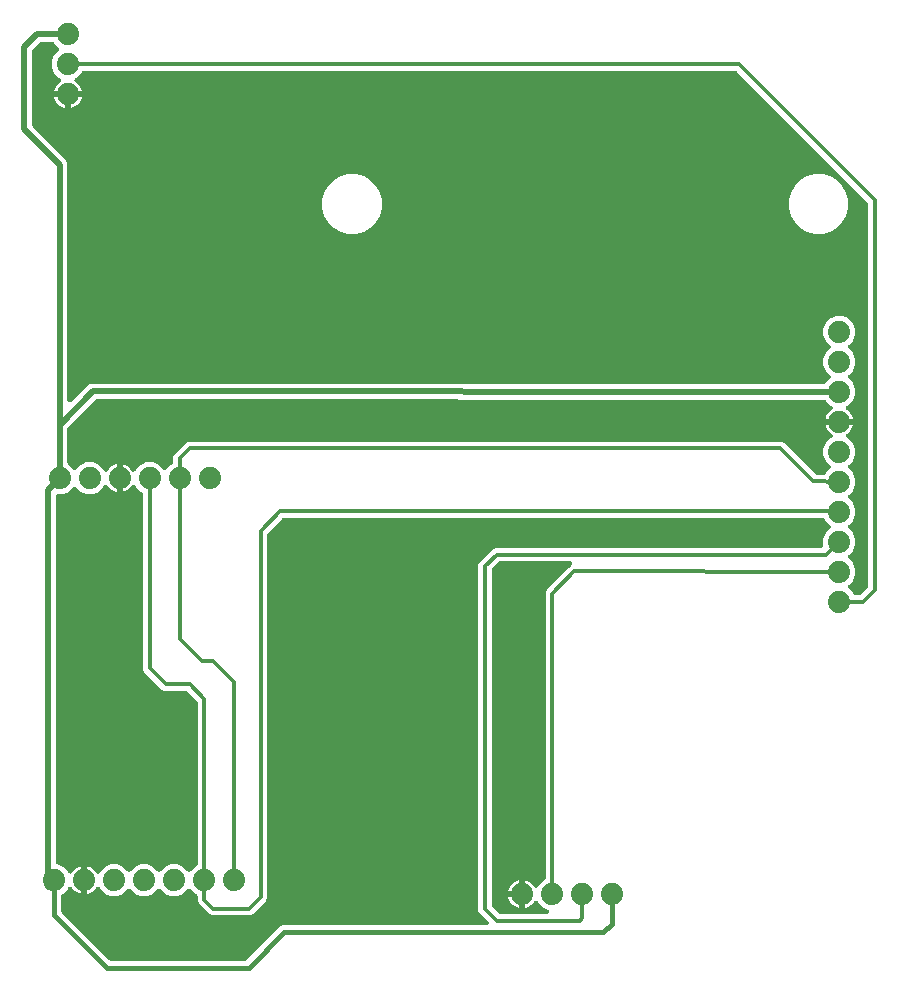
<source format=gbr>
G04 EAGLE Gerber RS-274X export*
G75*
%MOMM*%
%FSLAX34Y34*%
%LPD*%
%INBottom Copper*%
%IPPOS*%
%AMOC8*
5,1,8,0,0,1.08239X$1,22.5*%
G01*
%ADD10C,1.879600*%
%ADD11C,0.508000*%
%ADD12C,0.406400*%
%ADD13C,0.304800*%

G36*
X316660Y46099D02*
X316660Y46099D01*
X316687Y46097D01*
X316860Y46119D01*
X317034Y46137D01*
X317059Y46144D01*
X317086Y46148D01*
X317252Y46203D01*
X317419Y46255D01*
X317442Y46268D01*
X317468Y46276D01*
X317619Y46363D01*
X317773Y46447D01*
X317793Y46464D01*
X317817Y46477D01*
X318070Y46692D01*
X346546Y75169D01*
X348787Y76097D01*
X521096Y76097D01*
X521105Y76098D01*
X521114Y76097D01*
X521305Y76118D01*
X521496Y76137D01*
X521505Y76139D01*
X521514Y76140D01*
X521696Y76198D01*
X521881Y76255D01*
X521889Y76259D01*
X521898Y76262D01*
X522066Y76355D01*
X522235Y76447D01*
X522242Y76452D01*
X522250Y76457D01*
X522397Y76581D01*
X522545Y76704D01*
X522550Y76711D01*
X522557Y76717D01*
X522676Y76868D01*
X522797Y77018D01*
X522801Y77026D01*
X522807Y77033D01*
X522894Y77206D01*
X522982Y77375D01*
X522985Y77384D01*
X522989Y77392D01*
X523041Y77578D01*
X523094Y77762D01*
X523095Y77771D01*
X523097Y77780D01*
X523111Y77973D01*
X523127Y78164D01*
X523126Y78172D01*
X523126Y78181D01*
X523102Y78374D01*
X523080Y78563D01*
X523077Y78572D01*
X523076Y78581D01*
X523014Y78764D01*
X522955Y78946D01*
X522950Y78954D01*
X522948Y78962D01*
X522852Y79129D01*
X522757Y79297D01*
X522751Y79304D01*
X522747Y79311D01*
X522532Y79564D01*
X517120Y84976D01*
X515262Y86834D01*
X514411Y88888D01*
X514411Y381112D01*
X515262Y383166D01*
X526834Y394738D01*
X528888Y395589D01*
X804547Y395589D01*
X804560Y395590D01*
X804573Y395589D01*
X804760Y395610D01*
X804947Y395629D01*
X804960Y395633D01*
X804973Y395634D01*
X805153Y395692D01*
X805332Y395747D01*
X805344Y395753D01*
X805357Y395757D01*
X805521Y395849D01*
X805686Y395939D01*
X805696Y395947D01*
X805708Y395954D01*
X805852Y396076D01*
X805995Y396196D01*
X806004Y396207D01*
X806014Y396216D01*
X806130Y396364D01*
X806248Y396510D01*
X806254Y396522D01*
X806262Y396533D01*
X806347Y396702D01*
X806433Y396867D01*
X806437Y396880D01*
X806443Y396892D01*
X806493Y397074D01*
X806545Y397254D01*
X806546Y397268D01*
X806549Y397281D01*
X806562Y397467D01*
X806578Y397656D01*
X806576Y397669D01*
X806577Y397682D01*
X806553Y397869D01*
X806537Y397999D01*
X806537Y403478D01*
X808587Y408426D01*
X812225Y412064D01*
X812236Y412078D01*
X812249Y412089D01*
X812363Y412233D01*
X812480Y412375D01*
X812488Y412391D01*
X812499Y412405D01*
X812583Y412569D01*
X812668Y412731D01*
X812673Y412748D01*
X812681Y412764D01*
X812731Y412941D01*
X812783Y413117D01*
X812785Y413135D01*
X812789Y413152D01*
X812803Y413335D01*
X812819Y413518D01*
X812817Y413536D01*
X812819Y413553D01*
X812796Y413735D01*
X812776Y413918D01*
X812771Y413935D01*
X812768Y413953D01*
X812710Y414127D01*
X812654Y414302D01*
X812646Y414318D01*
X812640Y414334D01*
X812548Y414494D01*
X812460Y414654D01*
X812448Y414668D01*
X812439Y414683D01*
X812225Y414936D01*
X808587Y418574D01*
X808139Y419655D01*
X808129Y419674D01*
X808122Y419696D01*
X808034Y419852D01*
X807949Y420010D01*
X807935Y420027D01*
X807924Y420046D01*
X807807Y420182D01*
X807693Y420320D01*
X807675Y420334D01*
X807661Y420351D01*
X807519Y420461D01*
X807380Y420574D01*
X807360Y420584D01*
X807343Y420598D01*
X807182Y420678D01*
X807023Y420761D01*
X807002Y420767D01*
X806982Y420777D01*
X806808Y420824D01*
X806637Y420874D01*
X806615Y420876D01*
X806593Y420882D01*
X806263Y420909D01*
X349654Y420909D01*
X349627Y420906D01*
X349600Y420908D01*
X349427Y420886D01*
X349253Y420869D01*
X349228Y420861D01*
X349201Y420858D01*
X349035Y420802D01*
X348868Y420751D01*
X348845Y420738D01*
X348819Y420729D01*
X348668Y420642D01*
X348514Y420559D01*
X348494Y420542D01*
X348470Y420528D01*
X348217Y420314D01*
X336184Y408280D01*
X336167Y408259D01*
X336146Y408242D01*
X336039Y408104D01*
X335929Y407968D01*
X335916Y407945D01*
X335900Y407924D01*
X335822Y407767D01*
X335740Y407613D01*
X335732Y407587D01*
X335720Y407563D01*
X335675Y407394D01*
X335625Y407227D01*
X335623Y407200D01*
X335616Y407174D01*
X335589Y406844D01*
X335589Y98888D01*
X334738Y96834D01*
X323166Y85262D01*
X321112Y84411D01*
X288888Y84411D01*
X286834Y85262D01*
X277462Y94634D01*
X276611Y96688D01*
X276611Y100686D01*
X276609Y100708D01*
X276611Y100730D01*
X276589Y100908D01*
X276571Y101086D01*
X276565Y101108D01*
X276562Y101130D01*
X276506Y101299D01*
X276453Y101471D01*
X276443Y101491D01*
X276436Y101512D01*
X276347Y101668D01*
X276261Y101825D01*
X276247Y101842D01*
X276236Y101862D01*
X276118Y101998D01*
X276004Y102135D01*
X275986Y102148D01*
X275972Y102165D01*
X275830Y102275D01*
X275690Y102387D01*
X275670Y102397D01*
X275652Y102411D01*
X275357Y102562D01*
X274574Y102887D01*
X270936Y106525D01*
X270922Y106536D01*
X270911Y106549D01*
X270767Y106663D01*
X270625Y106780D01*
X270609Y106788D01*
X270595Y106799D01*
X270431Y106883D01*
X270269Y106968D01*
X270252Y106973D01*
X270236Y106981D01*
X270059Y107031D01*
X269883Y107083D01*
X269865Y107085D01*
X269848Y107089D01*
X269665Y107103D01*
X269482Y107119D01*
X269464Y107117D01*
X269447Y107119D01*
X269265Y107096D01*
X269082Y107076D01*
X269065Y107071D01*
X269047Y107068D01*
X268873Y107010D01*
X268698Y106954D01*
X268682Y106946D01*
X268666Y106940D01*
X268506Y106848D01*
X268346Y106760D01*
X268332Y106748D01*
X268317Y106739D01*
X268064Y106525D01*
X264426Y102887D01*
X259478Y100837D01*
X254122Y100837D01*
X249174Y102887D01*
X245536Y106525D01*
X245522Y106536D01*
X245511Y106549D01*
X245367Y106663D01*
X245225Y106780D01*
X245209Y106788D01*
X245195Y106799D01*
X245031Y106883D01*
X244869Y106968D01*
X244852Y106973D01*
X244836Y106981D01*
X244659Y107031D01*
X244483Y107083D01*
X244465Y107085D01*
X244448Y107089D01*
X244265Y107103D01*
X244082Y107119D01*
X244064Y107117D01*
X244047Y107119D01*
X243865Y107096D01*
X243682Y107076D01*
X243665Y107071D01*
X243647Y107068D01*
X243473Y107010D01*
X243298Y106954D01*
X243282Y106946D01*
X243266Y106940D01*
X243106Y106848D01*
X242946Y106760D01*
X242932Y106748D01*
X242917Y106739D01*
X242664Y106525D01*
X239026Y102887D01*
X234078Y100837D01*
X228722Y100837D01*
X223774Y102887D01*
X220136Y106525D01*
X220122Y106536D01*
X220111Y106549D01*
X219967Y106663D01*
X219825Y106780D01*
X219809Y106788D01*
X219795Y106799D01*
X219631Y106883D01*
X219469Y106968D01*
X219452Y106973D01*
X219436Y106981D01*
X219259Y107031D01*
X219083Y107083D01*
X219065Y107085D01*
X219048Y107089D01*
X218865Y107103D01*
X218682Y107119D01*
X218664Y107117D01*
X218647Y107119D01*
X218465Y107096D01*
X218282Y107076D01*
X218265Y107071D01*
X218247Y107068D01*
X218073Y107010D01*
X217898Y106954D01*
X217882Y106946D01*
X217866Y106940D01*
X217706Y106848D01*
X217546Y106760D01*
X217532Y106748D01*
X217517Y106739D01*
X217264Y106525D01*
X213626Y102887D01*
X208678Y100837D01*
X203322Y100837D01*
X198374Y102887D01*
X194587Y106674D01*
X194243Y107505D01*
X194161Y107657D01*
X194084Y107811D01*
X194066Y107834D01*
X194053Y107860D01*
X193943Y107993D01*
X193836Y108129D01*
X193814Y108148D01*
X193796Y108170D01*
X193662Y108279D01*
X193531Y108391D01*
X193506Y108406D01*
X193483Y108424D01*
X193331Y108504D01*
X193180Y108589D01*
X193152Y108597D01*
X193127Y108611D01*
X192961Y108659D01*
X192797Y108713D01*
X192768Y108716D01*
X192741Y108724D01*
X192568Y108739D01*
X192397Y108758D01*
X192368Y108756D01*
X192339Y108759D01*
X192168Y108739D01*
X191996Y108725D01*
X191968Y108717D01*
X191939Y108713D01*
X191775Y108661D01*
X191609Y108612D01*
X191584Y108599D01*
X191556Y108590D01*
X191406Y108506D01*
X191252Y108426D01*
X191230Y108408D01*
X191205Y108394D01*
X191074Y108282D01*
X190939Y108173D01*
X190918Y108149D01*
X190899Y108132D01*
X190846Y108065D01*
X190723Y107921D01*
X189706Y106522D01*
X188378Y105194D01*
X186857Y104089D01*
X185183Y103236D01*
X183396Y102655D01*
X183139Y102615D01*
X183139Y113792D01*
X183137Y113810D01*
X183139Y113827D01*
X183118Y114010D01*
X183099Y114192D01*
X183094Y114209D01*
X183092Y114227D01*
X183067Y114305D01*
X183106Y114442D01*
X183108Y114460D01*
X183112Y114477D01*
X183139Y114808D01*
X183139Y125985D01*
X183396Y125945D01*
X185183Y125364D01*
X186857Y124511D01*
X188378Y123406D01*
X189706Y122078D01*
X190723Y120679D01*
X190837Y120550D01*
X190949Y120417D01*
X190971Y120399D01*
X190991Y120378D01*
X191128Y120274D01*
X191264Y120166D01*
X191289Y120153D01*
X191312Y120136D01*
X191468Y120061D01*
X191622Y119983D01*
X191650Y119975D01*
X191676Y119962D01*
X191843Y119920D01*
X192009Y119873D01*
X192038Y119871D01*
X192066Y119864D01*
X192239Y119855D01*
X192411Y119842D01*
X192439Y119845D01*
X192468Y119844D01*
X192639Y119870D01*
X192810Y119890D01*
X192837Y119899D01*
X192866Y119904D01*
X193029Y119963D01*
X193192Y120017D01*
X193217Y120031D01*
X193245Y120041D01*
X193392Y120131D01*
X193542Y120216D01*
X193564Y120235D01*
X193589Y120250D01*
X193716Y120368D01*
X193846Y120481D01*
X193863Y120504D01*
X193885Y120523D01*
X193986Y120663D01*
X194091Y120800D01*
X194106Y120829D01*
X194121Y120849D01*
X194156Y120926D01*
X194243Y121095D01*
X194587Y121926D01*
X198374Y125713D01*
X203322Y127763D01*
X208678Y127763D01*
X213626Y125713D01*
X217264Y122075D01*
X217277Y122064D01*
X217289Y122051D01*
X217433Y121937D01*
X217575Y121820D01*
X217591Y121812D01*
X217605Y121801D01*
X217769Y121718D01*
X217931Y121632D01*
X217948Y121627D01*
X217964Y121619D01*
X218141Y121569D01*
X218317Y121517D01*
X218335Y121515D01*
X218352Y121511D01*
X218535Y121497D01*
X218718Y121481D01*
X218736Y121483D01*
X218753Y121481D01*
X218935Y121504D01*
X219118Y121524D01*
X219135Y121529D01*
X219153Y121532D01*
X219326Y121590D01*
X219502Y121646D01*
X219518Y121654D01*
X219534Y121660D01*
X219694Y121752D01*
X219854Y121840D01*
X219868Y121852D01*
X219883Y121861D01*
X220136Y122075D01*
X223774Y125713D01*
X228722Y127763D01*
X234078Y127763D01*
X239026Y125713D01*
X242664Y122075D01*
X242677Y122064D01*
X242689Y122051D01*
X242833Y121937D01*
X242975Y121820D01*
X242991Y121812D01*
X243005Y121801D01*
X243169Y121718D01*
X243331Y121632D01*
X243348Y121627D01*
X243364Y121619D01*
X243541Y121569D01*
X243717Y121517D01*
X243735Y121515D01*
X243752Y121511D01*
X243935Y121497D01*
X244118Y121481D01*
X244136Y121483D01*
X244153Y121481D01*
X244335Y121504D01*
X244518Y121524D01*
X244535Y121529D01*
X244553Y121532D01*
X244726Y121590D01*
X244902Y121646D01*
X244918Y121654D01*
X244934Y121660D01*
X245094Y121752D01*
X245254Y121840D01*
X245268Y121852D01*
X245283Y121861D01*
X245536Y122075D01*
X249174Y125713D01*
X254122Y127763D01*
X259478Y127763D01*
X264426Y125713D01*
X268064Y122075D01*
X268077Y122064D01*
X268089Y122051D01*
X268233Y121937D01*
X268375Y121820D01*
X268391Y121812D01*
X268405Y121801D01*
X268569Y121718D01*
X268731Y121632D01*
X268748Y121627D01*
X268764Y121619D01*
X268941Y121569D01*
X269117Y121517D01*
X269135Y121515D01*
X269152Y121511D01*
X269335Y121497D01*
X269518Y121481D01*
X269536Y121483D01*
X269553Y121481D01*
X269735Y121504D01*
X269918Y121524D01*
X269935Y121529D01*
X269953Y121532D01*
X270126Y121590D01*
X270302Y121646D01*
X270318Y121654D01*
X270334Y121660D01*
X270494Y121752D01*
X270654Y121840D01*
X270668Y121852D01*
X270683Y121861D01*
X270936Y122075D01*
X274574Y125713D01*
X275357Y126038D01*
X275377Y126048D01*
X275398Y126055D01*
X275554Y126143D01*
X275712Y126228D01*
X275729Y126242D01*
X275749Y126253D01*
X275884Y126370D01*
X276023Y126484D01*
X276037Y126502D01*
X276054Y126516D01*
X276163Y126658D01*
X276276Y126797D01*
X276287Y126817D01*
X276300Y126834D01*
X276380Y126995D01*
X276463Y127153D01*
X276470Y127175D01*
X276480Y127195D01*
X276526Y127369D01*
X276576Y127540D01*
X276578Y127562D01*
X276584Y127584D01*
X276611Y127914D01*
X276611Y264644D01*
X276609Y264670D01*
X276611Y264697D01*
X276589Y264871D01*
X276571Y265044D01*
X276564Y265070D01*
X276560Y265096D01*
X276505Y265262D01*
X276453Y265429D01*
X276440Y265453D01*
X276432Y265478D01*
X276345Y265630D01*
X276261Y265783D01*
X276244Y265804D01*
X276231Y265827D01*
X276016Y266080D01*
X268280Y273816D01*
X268259Y273833D01*
X268242Y273854D01*
X268104Y273961D01*
X267968Y274071D01*
X267945Y274084D01*
X267924Y274100D01*
X267767Y274178D01*
X267613Y274260D01*
X267587Y274268D01*
X267563Y274280D01*
X267394Y274325D01*
X267227Y274375D01*
X267200Y274377D01*
X267174Y274384D01*
X266844Y274411D01*
X248888Y274411D01*
X246834Y275262D01*
X231262Y290834D01*
X230411Y292888D01*
X230411Y440986D01*
X230409Y441008D01*
X230411Y441030D01*
X230389Y441208D01*
X230371Y441386D01*
X230365Y441408D01*
X230362Y441430D01*
X230306Y441599D01*
X230253Y441771D01*
X230243Y441791D01*
X230236Y441812D01*
X230147Y441968D01*
X230061Y442125D01*
X230047Y442142D01*
X230036Y442162D01*
X229918Y442298D01*
X229804Y442435D01*
X229786Y442448D01*
X229772Y442465D01*
X229630Y442575D01*
X229490Y442687D01*
X229470Y442697D01*
X229452Y442711D01*
X229157Y442862D01*
X228374Y443187D01*
X224587Y446974D01*
X224243Y447805D01*
X224161Y447957D01*
X224084Y448111D01*
X224066Y448134D01*
X224053Y448160D01*
X223943Y448293D01*
X223836Y448429D01*
X223815Y448448D01*
X223796Y448470D01*
X223662Y448579D01*
X223531Y448691D01*
X223506Y448705D01*
X223483Y448724D01*
X223330Y448804D01*
X223180Y448888D01*
X223153Y448897D01*
X223127Y448911D01*
X222961Y448959D01*
X222797Y449012D01*
X222768Y449016D01*
X222741Y449024D01*
X222568Y449039D01*
X222397Y449058D01*
X222368Y449056D01*
X222339Y449059D01*
X222168Y449039D01*
X221996Y449025D01*
X221968Y449017D01*
X221939Y449013D01*
X221775Y448961D01*
X221609Y448912D01*
X221584Y448899D01*
X221556Y448890D01*
X221405Y448806D01*
X221252Y448726D01*
X221230Y448708D01*
X221205Y448694D01*
X221073Y448582D01*
X220939Y448473D01*
X220918Y448449D01*
X220899Y448432D01*
X220846Y448365D01*
X220723Y448221D01*
X219706Y446822D01*
X218378Y445494D01*
X216857Y444389D01*
X215183Y443536D01*
X213396Y442955D01*
X213139Y442915D01*
X213139Y454092D01*
X213137Y454110D01*
X213139Y454127D01*
X213118Y454310D01*
X213099Y454492D01*
X213094Y454509D01*
X213092Y454527D01*
X213067Y454605D01*
X213106Y454742D01*
X213108Y454760D01*
X213112Y454777D01*
X213139Y455108D01*
X213139Y466285D01*
X213396Y466245D01*
X215183Y465664D01*
X216857Y464811D01*
X218378Y463706D01*
X219706Y462378D01*
X220723Y460979D01*
X220838Y460850D01*
X220949Y460718D01*
X220971Y460700D01*
X220991Y460678D01*
X221129Y460574D01*
X221264Y460467D01*
X221289Y460453D01*
X221312Y460436D01*
X221468Y460361D01*
X221622Y460283D01*
X221649Y460275D01*
X221676Y460262D01*
X221843Y460220D01*
X222009Y460173D01*
X222038Y460171D01*
X222066Y460164D01*
X222239Y460155D01*
X222411Y460142D01*
X222439Y460145D01*
X222468Y460144D01*
X222639Y460170D01*
X222810Y460190D01*
X222838Y460200D01*
X222866Y460204D01*
X223029Y460263D01*
X223192Y460317D01*
X223217Y460331D01*
X223245Y460341D01*
X223392Y460431D01*
X223542Y460516D01*
X223564Y460535D01*
X223589Y460550D01*
X223716Y460668D01*
X223846Y460781D01*
X223863Y460804D01*
X223885Y460823D01*
X223986Y460964D01*
X224091Y461100D01*
X224106Y461129D01*
X224121Y461149D01*
X224156Y461227D01*
X224243Y461395D01*
X224587Y462226D01*
X228374Y466013D01*
X233322Y468063D01*
X238678Y468063D01*
X243626Y466013D01*
X247264Y462375D01*
X247277Y462364D01*
X247289Y462351D01*
X247433Y462237D01*
X247575Y462120D01*
X247591Y462112D01*
X247605Y462101D01*
X247769Y462018D01*
X247931Y461932D01*
X247948Y461927D01*
X247964Y461919D01*
X248141Y461869D01*
X248317Y461817D01*
X248335Y461815D01*
X248352Y461811D01*
X248535Y461797D01*
X248718Y461781D01*
X248736Y461783D01*
X248753Y461781D01*
X248935Y461804D01*
X249118Y461824D01*
X249135Y461829D01*
X249153Y461832D01*
X249326Y461890D01*
X249502Y461946D01*
X249518Y461954D01*
X249534Y461960D01*
X249694Y462052D01*
X249854Y462140D01*
X249868Y462152D01*
X249883Y462161D01*
X250136Y462375D01*
X253774Y466013D01*
X254557Y466338D01*
X254577Y466348D01*
X254598Y466355D01*
X254754Y466443D01*
X254912Y466528D01*
X254929Y466542D01*
X254949Y466553D01*
X255084Y466670D01*
X255223Y466784D01*
X255237Y466802D01*
X255254Y466816D01*
X255363Y466958D01*
X255476Y467097D01*
X255487Y467117D01*
X255500Y467134D01*
X255580Y467295D01*
X255663Y467453D01*
X255670Y467475D01*
X255680Y467495D01*
X255726Y467669D01*
X255776Y467840D01*
X255778Y467862D01*
X255784Y467884D01*
X255811Y468214D01*
X255811Y472512D01*
X256662Y474566D01*
X266834Y484738D01*
X268888Y485589D01*
X771112Y485589D01*
X773166Y484738D01*
X799863Y458041D01*
X799873Y458032D01*
X799881Y458023D01*
X800029Y457905D01*
X800175Y457785D01*
X800186Y457780D01*
X800196Y457771D01*
X800366Y457684D01*
X800530Y457597D01*
X800542Y457593D01*
X800554Y457587D01*
X800737Y457535D01*
X800916Y457482D01*
X800929Y457481D01*
X800941Y457477D01*
X801272Y457446D01*
X806435Y457375D01*
X806471Y457378D01*
X806507Y457375D01*
X806671Y457395D01*
X806836Y457409D01*
X806871Y457420D01*
X806907Y457424D01*
X807064Y457476D01*
X807223Y457522D01*
X807255Y457539D01*
X807289Y457551D01*
X807433Y457633D01*
X807579Y457709D01*
X807607Y457732D01*
X807639Y457750D01*
X807764Y457859D01*
X807892Y457963D01*
X807915Y457991D01*
X807943Y458015D01*
X808043Y458145D01*
X808149Y458273D01*
X808166Y458305D01*
X808188Y458334D01*
X808336Y458622D01*
X808339Y458628D01*
X808340Y458629D01*
X808587Y459226D01*
X812225Y462864D01*
X812236Y462877D01*
X812249Y462889D01*
X812363Y463033D01*
X812480Y463175D01*
X812488Y463191D01*
X812499Y463205D01*
X812582Y463369D01*
X812668Y463531D01*
X812673Y463548D01*
X812681Y463564D01*
X812731Y463741D01*
X812783Y463917D01*
X812785Y463935D01*
X812789Y463952D01*
X812803Y464135D01*
X812819Y464318D01*
X812817Y464336D01*
X812819Y464353D01*
X812796Y464534D01*
X812776Y464718D01*
X812771Y464735D01*
X812768Y464753D01*
X812710Y464926D01*
X812654Y465102D01*
X812646Y465118D01*
X812640Y465134D01*
X812548Y465294D01*
X812460Y465454D01*
X812448Y465468D01*
X812439Y465483D01*
X812225Y465736D01*
X808587Y469374D01*
X806537Y474322D01*
X806537Y479678D01*
X808587Y484626D01*
X812374Y488413D01*
X813205Y488757D01*
X813357Y488839D01*
X813511Y488916D01*
X813534Y488934D01*
X813560Y488947D01*
X813693Y489057D01*
X813829Y489164D01*
X813848Y489186D01*
X813870Y489204D01*
X813979Y489338D01*
X814091Y489469D01*
X814106Y489494D01*
X814124Y489517D01*
X814204Y489669D01*
X814289Y489820D01*
X814297Y489848D01*
X814311Y489873D01*
X814359Y490039D01*
X814413Y490203D01*
X814416Y490232D01*
X814424Y490259D01*
X814439Y490432D01*
X814458Y490603D01*
X814456Y490632D01*
X814459Y490661D01*
X814439Y490832D01*
X814425Y491004D01*
X814417Y491032D01*
X814413Y491061D01*
X814361Y491225D01*
X814312Y491391D01*
X814299Y491416D01*
X814290Y491444D01*
X814206Y491594D01*
X814126Y491748D01*
X814108Y491770D01*
X814094Y491795D01*
X813982Y491926D01*
X813873Y492061D01*
X813849Y492082D01*
X813832Y492101D01*
X813765Y492154D01*
X813621Y492277D01*
X812222Y493294D01*
X810894Y494622D01*
X809789Y496143D01*
X808936Y497817D01*
X808355Y499604D01*
X808315Y499861D01*
X819492Y499861D01*
X819510Y499862D01*
X819527Y499861D01*
X819710Y499882D01*
X819892Y499901D01*
X819909Y499906D01*
X819927Y499908D01*
X820005Y499933D01*
X820142Y499894D01*
X820160Y499892D01*
X820177Y499888D01*
X820508Y499861D01*
X831685Y499861D01*
X831645Y499604D01*
X831064Y497817D01*
X830211Y496143D01*
X829106Y494622D01*
X827778Y493294D01*
X826379Y492277D01*
X826250Y492163D01*
X826117Y492051D01*
X826099Y492029D01*
X826078Y492009D01*
X825974Y491872D01*
X825866Y491736D01*
X825853Y491711D01*
X825836Y491688D01*
X825761Y491532D01*
X825683Y491378D01*
X825675Y491350D01*
X825662Y491324D01*
X825620Y491157D01*
X825573Y490991D01*
X825571Y490962D01*
X825564Y490934D01*
X825555Y490761D01*
X825542Y490589D01*
X825545Y490561D01*
X825544Y490532D01*
X825570Y490361D01*
X825590Y490190D01*
X825599Y490163D01*
X825604Y490134D01*
X825663Y489971D01*
X825717Y489808D01*
X825731Y489783D01*
X825741Y489755D01*
X825831Y489608D01*
X825916Y489458D01*
X825935Y489436D01*
X825950Y489411D01*
X826068Y489284D01*
X826181Y489154D01*
X826204Y489137D01*
X826223Y489115D01*
X826363Y489014D01*
X826500Y488909D01*
X826529Y488894D01*
X826549Y488879D01*
X826626Y488844D01*
X826795Y488757D01*
X827626Y488413D01*
X831413Y484626D01*
X833463Y479678D01*
X833463Y474322D01*
X831413Y469374D01*
X827775Y465736D01*
X827764Y465722D01*
X827751Y465711D01*
X827637Y465567D01*
X827520Y465425D01*
X827512Y465409D01*
X827501Y465395D01*
X827417Y465231D01*
X827332Y465069D01*
X827327Y465052D01*
X827319Y465036D01*
X827269Y464859D01*
X827217Y464683D01*
X827215Y464665D01*
X827211Y464648D01*
X827197Y464464D01*
X827181Y464282D01*
X827183Y464264D01*
X827181Y464247D01*
X827204Y464065D01*
X827224Y463882D01*
X827229Y463865D01*
X827232Y463847D01*
X827290Y463673D01*
X827346Y463498D01*
X827354Y463482D01*
X827360Y463466D01*
X827452Y463306D01*
X827540Y463146D01*
X827552Y463132D01*
X827561Y463117D01*
X827775Y462864D01*
X831413Y459226D01*
X833463Y454278D01*
X833463Y448922D01*
X831413Y443974D01*
X827775Y440336D01*
X827764Y440322D01*
X827751Y440311D01*
X827637Y440167D01*
X827520Y440025D01*
X827512Y440009D01*
X827501Y439995D01*
X827417Y439831D01*
X827332Y439669D01*
X827327Y439652D01*
X827319Y439636D01*
X827269Y439459D01*
X827217Y439283D01*
X827215Y439265D01*
X827211Y439248D01*
X827197Y439065D01*
X827181Y438882D01*
X827183Y438864D01*
X827181Y438847D01*
X827204Y438665D01*
X827224Y438482D01*
X827229Y438465D01*
X827232Y438447D01*
X827290Y438273D01*
X827346Y438098D01*
X827354Y438082D01*
X827360Y438066D01*
X827452Y437906D01*
X827540Y437746D01*
X827552Y437732D01*
X827561Y437717D01*
X827775Y437464D01*
X831413Y433826D01*
X833463Y428878D01*
X833463Y423522D01*
X831413Y418574D01*
X827775Y414936D01*
X827764Y414923D01*
X827751Y414911D01*
X827637Y414767D01*
X827520Y414625D01*
X827512Y414609D01*
X827501Y414595D01*
X827418Y414431D01*
X827332Y414269D01*
X827327Y414252D01*
X827319Y414236D01*
X827269Y414059D01*
X827217Y413883D01*
X827215Y413865D01*
X827211Y413848D01*
X827197Y413665D01*
X827181Y413482D01*
X827183Y413464D01*
X827181Y413447D01*
X827204Y413265D01*
X827224Y413082D01*
X827229Y413065D01*
X827232Y413047D01*
X827290Y412874D01*
X827346Y412698D01*
X827354Y412682D01*
X827360Y412666D01*
X827452Y412506D01*
X827540Y412346D01*
X827552Y412332D01*
X827561Y412317D01*
X827775Y412064D01*
X831413Y408426D01*
X833463Y403478D01*
X833463Y398122D01*
X831413Y393174D01*
X827775Y389536D01*
X827764Y389522D01*
X827751Y389511D01*
X827637Y389367D01*
X827520Y389225D01*
X827512Y389209D01*
X827501Y389195D01*
X827417Y389031D01*
X827332Y388869D01*
X827327Y388852D01*
X827319Y388836D01*
X827269Y388659D01*
X827217Y388483D01*
X827215Y388465D01*
X827211Y388448D01*
X827197Y388265D01*
X827181Y388082D01*
X827183Y388064D01*
X827181Y388047D01*
X827204Y387865D01*
X827224Y387682D01*
X827229Y387665D01*
X827232Y387647D01*
X827290Y387473D01*
X827346Y387298D01*
X827354Y387282D01*
X827360Y387266D01*
X827452Y387106D01*
X827540Y386946D01*
X827552Y386932D01*
X827561Y386917D01*
X827775Y386664D01*
X831413Y383026D01*
X833463Y378078D01*
X833463Y372722D01*
X831413Y367774D01*
X827775Y364136D01*
X827764Y364122D01*
X827751Y364111D01*
X827637Y363967D01*
X827520Y363825D01*
X827512Y363809D01*
X827501Y363795D01*
X827417Y363631D01*
X827332Y363469D01*
X827327Y363452D01*
X827319Y363436D01*
X827269Y363259D01*
X827217Y363083D01*
X827215Y363065D01*
X827211Y363048D01*
X827197Y362865D01*
X827181Y362682D01*
X827183Y362664D01*
X827181Y362647D01*
X827204Y362465D01*
X827224Y362282D01*
X827229Y362265D01*
X827232Y362247D01*
X827290Y362073D01*
X827346Y361898D01*
X827354Y361882D01*
X827360Y361866D01*
X827452Y361706D01*
X827540Y361546D01*
X827552Y361532D01*
X827561Y361517D01*
X827775Y361264D01*
X831413Y357626D01*
X831738Y356843D01*
X831748Y356823D01*
X831755Y356802D01*
X831843Y356646D01*
X831928Y356488D01*
X831942Y356471D01*
X831953Y356451D01*
X832070Y356316D01*
X832184Y356177D01*
X832202Y356163D01*
X832216Y356146D01*
X832358Y356037D01*
X832497Y355924D01*
X832517Y355913D01*
X832534Y355900D01*
X832695Y355820D01*
X832853Y355737D01*
X832875Y355730D01*
X832895Y355720D01*
X833069Y355674D01*
X833240Y355624D01*
X833262Y355622D01*
X833284Y355616D01*
X833614Y355589D01*
X836844Y355589D01*
X836870Y355591D01*
X836897Y355589D01*
X837071Y355611D01*
X837244Y355629D01*
X837270Y355636D01*
X837296Y355640D01*
X837462Y355695D01*
X837629Y355747D01*
X837653Y355760D01*
X837678Y355768D01*
X837830Y355855D01*
X837983Y355939D01*
X838004Y355956D01*
X838027Y355969D01*
X838280Y356184D01*
X843816Y361720D01*
X843833Y361741D01*
X843854Y361758D01*
X843961Y361896D01*
X844071Y362032D01*
X844084Y362055D01*
X844100Y362076D01*
X844178Y362233D01*
X844260Y362387D01*
X844268Y362413D01*
X844280Y362437D01*
X844325Y362606D01*
X844375Y362773D01*
X844377Y362800D01*
X844384Y362826D01*
X844411Y363156D01*
X844411Y686844D01*
X844409Y686870D01*
X844411Y686897D01*
X844389Y687071D01*
X844371Y687244D01*
X844364Y687270D01*
X844360Y687296D01*
X844305Y687462D01*
X844253Y687629D01*
X844240Y687653D01*
X844232Y687678D01*
X844145Y687830D01*
X844061Y687983D01*
X844044Y688004D01*
X844031Y688027D01*
X843816Y688280D01*
X733180Y798916D01*
X733159Y798933D01*
X733142Y798954D01*
X733004Y799061D01*
X732868Y799171D01*
X732845Y799184D01*
X732824Y799200D01*
X732667Y799278D01*
X732513Y799360D01*
X732487Y799368D01*
X732463Y799380D01*
X732294Y799425D01*
X732127Y799475D01*
X732100Y799477D01*
X732074Y799484D01*
X731744Y799511D01*
X180414Y799511D01*
X180392Y799509D01*
X180370Y799511D01*
X180192Y799489D01*
X180014Y799471D01*
X179992Y799465D01*
X179970Y799462D01*
X179801Y799406D01*
X179629Y799353D01*
X179609Y799343D01*
X179588Y799336D01*
X179432Y799247D01*
X179275Y799161D01*
X179258Y799147D01*
X179238Y799136D01*
X179102Y799018D01*
X178965Y798904D01*
X178952Y798886D01*
X178935Y798872D01*
X178825Y798730D01*
X178713Y798590D01*
X178703Y798570D01*
X178689Y798552D01*
X178538Y798257D01*
X178213Y797474D01*
X174426Y793687D01*
X173827Y793439D01*
X173595Y793343D01*
X173443Y793261D01*
X173289Y793184D01*
X173266Y793166D01*
X173240Y793153D01*
X173107Y793043D01*
X172971Y792936D01*
X172952Y792914D01*
X172930Y792896D01*
X172821Y792762D01*
X172709Y792631D01*
X172694Y792606D01*
X172676Y792583D01*
X172596Y792431D01*
X172511Y792280D01*
X172503Y792252D01*
X172489Y792227D01*
X172441Y792061D01*
X172387Y791897D01*
X172384Y791868D01*
X172376Y791841D01*
X172361Y791668D01*
X172342Y791497D01*
X172344Y791468D01*
X172341Y791439D01*
X172361Y791268D01*
X172375Y791096D01*
X172383Y791068D01*
X172387Y791039D01*
X172439Y790875D01*
X172488Y790709D01*
X172501Y790684D01*
X172510Y790656D01*
X172594Y790506D01*
X172674Y790352D01*
X172692Y790330D01*
X172706Y790305D01*
X172818Y790174D01*
X172927Y790039D01*
X172951Y790018D01*
X172968Y789999D01*
X173035Y789946D01*
X173179Y789823D01*
X174578Y788806D01*
X175906Y787478D01*
X177011Y785957D01*
X177864Y784283D01*
X178445Y782496D01*
X178485Y782239D01*
X167308Y782239D01*
X167290Y782237D01*
X167273Y782239D01*
X167090Y782218D01*
X166908Y782199D01*
X166891Y782194D01*
X166873Y782192D01*
X166795Y782167D01*
X166658Y782206D01*
X166640Y782208D01*
X166623Y782212D01*
X166292Y782239D01*
X155115Y782239D01*
X155155Y782496D01*
X155736Y784283D01*
X156589Y785957D01*
X157694Y787478D01*
X159022Y788806D01*
X160421Y789823D01*
X160550Y789937D01*
X160683Y790049D01*
X160701Y790071D01*
X160722Y790091D01*
X160826Y790228D01*
X160934Y790364D01*
X160947Y790389D01*
X160964Y790412D01*
X161039Y790568D01*
X161117Y790722D01*
X161125Y790750D01*
X161138Y790776D01*
X161180Y790943D01*
X161227Y791109D01*
X161229Y791138D01*
X161236Y791166D01*
X161245Y791339D01*
X161258Y791511D01*
X161255Y791539D01*
X161256Y791568D01*
X161230Y791739D01*
X161210Y791910D01*
X161201Y791937D01*
X161196Y791966D01*
X161137Y792129D01*
X161083Y792292D01*
X161069Y792317D01*
X161059Y792345D01*
X160969Y792492D01*
X160884Y792642D01*
X160865Y792664D01*
X160850Y792689D01*
X160732Y792816D01*
X160619Y792946D01*
X160596Y792963D01*
X160577Y792985D01*
X160437Y793086D01*
X160300Y793191D01*
X160271Y793206D01*
X160251Y793221D01*
X160174Y793256D01*
X160005Y793343D01*
X159174Y793687D01*
X155387Y797474D01*
X153337Y802422D01*
X153337Y807778D01*
X155387Y812726D01*
X159025Y816364D01*
X159036Y816378D01*
X159049Y816389D01*
X159163Y816533D01*
X159280Y816675D01*
X159288Y816691D01*
X159299Y816705D01*
X159383Y816869D01*
X159468Y817031D01*
X159473Y817048D01*
X159481Y817064D01*
X159531Y817241D01*
X159583Y817417D01*
X159585Y817435D01*
X159589Y817452D01*
X159603Y817635D01*
X159619Y817818D01*
X159617Y817836D01*
X159619Y817853D01*
X159596Y818035D01*
X159576Y818218D01*
X159571Y818235D01*
X159568Y818253D01*
X159510Y818427D01*
X159454Y818602D01*
X159446Y818618D01*
X159440Y818634D01*
X159348Y818794D01*
X159260Y818954D01*
X159248Y818968D01*
X159239Y818983D01*
X159025Y819236D01*
X155326Y822935D01*
X155293Y822996D01*
X155279Y823013D01*
X155268Y823033D01*
X155151Y823168D01*
X155037Y823306D01*
X155019Y823321D01*
X155005Y823338D01*
X154863Y823447D01*
X154724Y823560D01*
X154704Y823571D01*
X154687Y823584D01*
X154526Y823664D01*
X154368Y823747D01*
X154346Y823754D01*
X154326Y823764D01*
X154153Y823810D01*
X153981Y823860D01*
X153959Y823862D01*
X153937Y823868D01*
X153607Y823895D01*
X144077Y823895D01*
X144051Y823893D01*
X144024Y823895D01*
X143850Y823873D01*
X143677Y823855D01*
X143651Y823848D01*
X143624Y823844D01*
X143459Y823789D01*
X143292Y823737D01*
X143268Y823724D01*
X143243Y823716D01*
X143091Y823629D01*
X142938Y823545D01*
X142917Y823528D01*
X142894Y823515D01*
X142641Y823300D01*
X137200Y817859D01*
X137183Y817838D01*
X137162Y817821D01*
X137055Y817683D01*
X136945Y817548D01*
X136932Y817524D01*
X136916Y817503D01*
X136838Y817346D01*
X136756Y817192D01*
X136748Y817166D01*
X136736Y817142D01*
X136691Y816973D01*
X136641Y816806D01*
X136639Y816779D01*
X136632Y816754D01*
X136605Y816423D01*
X136605Y753577D01*
X136607Y753551D01*
X136605Y753524D01*
X136627Y753350D01*
X136645Y753177D01*
X136652Y753151D01*
X136656Y753124D01*
X136711Y752959D01*
X136763Y752792D01*
X136776Y752768D01*
X136784Y752743D01*
X136871Y752591D01*
X136955Y752438D01*
X136972Y752417D01*
X136985Y752394D01*
X137200Y752141D01*
X165399Y723941D01*
X166405Y721514D01*
X166405Y520849D01*
X166406Y520840D01*
X166405Y520831D01*
X166426Y520638D01*
X166445Y520448D01*
X166447Y520440D01*
X166448Y520431D01*
X166507Y520247D01*
X166563Y520064D01*
X166567Y520056D01*
X166570Y520047D01*
X166663Y519879D01*
X166755Y519710D01*
X166760Y519703D01*
X166765Y519695D01*
X166889Y519548D01*
X167012Y519400D01*
X167019Y519395D01*
X167025Y519388D01*
X167177Y519268D01*
X167326Y519148D01*
X167334Y519144D01*
X167341Y519138D01*
X167514Y519050D01*
X167683Y518962D01*
X167692Y518960D01*
X167700Y518956D01*
X167886Y518904D01*
X168070Y518851D01*
X168079Y518850D01*
X168088Y518848D01*
X168281Y518834D01*
X168472Y518818D01*
X168480Y518819D01*
X168489Y518819D01*
X168682Y518843D01*
X168871Y518865D01*
X168880Y518868D01*
X168889Y518869D01*
X169071Y518930D01*
X169254Y518990D01*
X169262Y518994D01*
X169270Y518997D01*
X169437Y519093D01*
X169605Y519188D01*
X169612Y519194D01*
X169619Y519198D01*
X169872Y519413D01*
X182017Y531557D01*
X182022Y531564D01*
X183231Y532772D01*
X183232Y532772D01*
X183232Y532773D01*
X184160Y533700D01*
X185356Y534195D01*
X185357Y534195D01*
X185357Y534196D01*
X186588Y534705D01*
X187897Y534705D01*
X187898Y534705D01*
X189609Y534705D01*
X189619Y534704D01*
X806808Y534411D01*
X806831Y534413D01*
X806854Y534411D01*
X807031Y534433D01*
X807209Y534451D01*
X807231Y534457D01*
X807253Y534460D01*
X807423Y534516D01*
X807594Y534569D01*
X807614Y534580D01*
X807636Y534587D01*
X807791Y534675D01*
X807948Y534760D01*
X807966Y534775D01*
X807985Y534786D01*
X808120Y534903D01*
X808257Y535018D01*
X808272Y535036D01*
X808289Y535051D01*
X808398Y535192D01*
X808510Y535331D01*
X808520Y535352D01*
X808534Y535370D01*
X808538Y535377D01*
X812225Y539064D01*
X812236Y539077D01*
X812249Y539089D01*
X812363Y539233D01*
X812480Y539375D01*
X812488Y539391D01*
X812499Y539405D01*
X812582Y539569D01*
X812668Y539731D01*
X812673Y539748D01*
X812681Y539764D01*
X812731Y539941D01*
X812783Y540117D01*
X812785Y540135D01*
X812789Y540152D01*
X812803Y540335D01*
X812819Y540518D01*
X812817Y540536D01*
X812819Y540553D01*
X812796Y540735D01*
X812776Y540918D01*
X812771Y540935D01*
X812768Y540953D01*
X812710Y541126D01*
X812654Y541302D01*
X812646Y541318D01*
X812640Y541334D01*
X812548Y541494D01*
X812460Y541654D01*
X812448Y541668D01*
X812439Y541683D01*
X812225Y541936D01*
X808587Y545574D01*
X806537Y550522D01*
X806537Y555878D01*
X808587Y560826D01*
X812225Y564464D01*
X812236Y564477D01*
X812249Y564489D01*
X812363Y564633D01*
X812480Y564775D01*
X812488Y564791D01*
X812499Y564805D01*
X812582Y564969D01*
X812668Y565131D01*
X812673Y565148D01*
X812681Y565164D01*
X812731Y565341D01*
X812783Y565517D01*
X812785Y565535D01*
X812789Y565552D01*
X812803Y565735D01*
X812819Y565918D01*
X812817Y565936D01*
X812819Y565953D01*
X812796Y566135D01*
X812776Y566318D01*
X812771Y566335D01*
X812768Y566353D01*
X812710Y566526D01*
X812654Y566702D01*
X812646Y566718D01*
X812640Y566734D01*
X812548Y566894D01*
X812460Y567054D01*
X812448Y567068D01*
X812439Y567083D01*
X812225Y567336D01*
X808587Y570974D01*
X806537Y575922D01*
X806537Y581278D01*
X808587Y586226D01*
X812374Y590013D01*
X813863Y590630D01*
X817322Y592063D01*
X822678Y592063D01*
X827626Y590013D01*
X831413Y586226D01*
X833463Y581278D01*
X833463Y575922D01*
X831413Y570974D01*
X827775Y567336D01*
X827764Y567322D01*
X827751Y567311D01*
X827637Y567167D01*
X827520Y567025D01*
X827512Y567009D01*
X827501Y566995D01*
X827417Y566831D01*
X827332Y566669D01*
X827327Y566652D01*
X827319Y566636D01*
X827269Y566459D01*
X827217Y566283D01*
X827215Y566265D01*
X827211Y566248D01*
X827197Y566065D01*
X827181Y565882D01*
X827183Y565864D01*
X827181Y565847D01*
X827204Y565665D01*
X827224Y565482D01*
X827229Y565465D01*
X827232Y565447D01*
X827290Y565273D01*
X827346Y565098D01*
X827354Y565082D01*
X827360Y565066D01*
X827452Y564906D01*
X827540Y564746D01*
X827552Y564732D01*
X827561Y564717D01*
X827775Y564464D01*
X831413Y560826D01*
X833463Y555878D01*
X833463Y550522D01*
X831413Y545574D01*
X827775Y541936D01*
X827764Y541922D01*
X827751Y541911D01*
X827637Y541767D01*
X827520Y541625D01*
X827512Y541609D01*
X827501Y541595D01*
X827417Y541431D01*
X827332Y541269D01*
X827327Y541252D01*
X827319Y541236D01*
X827269Y541059D01*
X827217Y540883D01*
X827215Y540865D01*
X827211Y540848D01*
X827197Y540665D01*
X827181Y540482D01*
X827183Y540464D01*
X827181Y540447D01*
X827204Y540265D01*
X827224Y540082D01*
X827229Y540065D01*
X827232Y540047D01*
X827290Y539873D01*
X827346Y539698D01*
X827354Y539682D01*
X827360Y539666D01*
X827452Y539506D01*
X827540Y539346D01*
X827552Y539332D01*
X827561Y539317D01*
X827775Y539064D01*
X831413Y535426D01*
X833463Y530478D01*
X833463Y525122D01*
X831413Y520174D01*
X827626Y516387D01*
X826795Y516043D01*
X826643Y515961D01*
X826489Y515884D01*
X826466Y515866D01*
X826440Y515853D01*
X826307Y515743D01*
X826171Y515636D01*
X826152Y515614D01*
X826130Y515596D01*
X826021Y515462D01*
X825909Y515331D01*
X825894Y515306D01*
X825876Y515283D01*
X825796Y515131D01*
X825711Y514980D01*
X825703Y514952D01*
X825689Y514927D01*
X825641Y514761D01*
X825587Y514597D01*
X825584Y514568D01*
X825576Y514541D01*
X825561Y514368D01*
X825542Y514197D01*
X825544Y514168D01*
X825541Y514139D01*
X825561Y513968D01*
X825575Y513796D01*
X825583Y513768D01*
X825587Y513739D01*
X825639Y513575D01*
X825688Y513409D01*
X825701Y513384D01*
X825710Y513356D01*
X825794Y513206D01*
X825874Y513052D01*
X825892Y513030D01*
X825906Y513005D01*
X826018Y512874D01*
X826127Y512739D01*
X826151Y512718D01*
X826168Y512699D01*
X826235Y512646D01*
X826379Y512523D01*
X827778Y511506D01*
X829106Y510178D01*
X830211Y508657D01*
X831064Y506983D01*
X831645Y505196D01*
X831685Y504939D01*
X820508Y504939D01*
X820490Y504937D01*
X820473Y504939D01*
X820290Y504918D01*
X820108Y504899D01*
X820091Y504894D01*
X820073Y504892D01*
X819995Y504867D01*
X819858Y504906D01*
X819840Y504908D01*
X819823Y504912D01*
X819492Y504939D01*
X808315Y504939D01*
X808355Y505196D01*
X808936Y506983D01*
X809789Y508657D01*
X810894Y510178D01*
X812222Y511506D01*
X813621Y512523D01*
X813750Y512637D01*
X813883Y512749D01*
X813901Y512771D01*
X813922Y512791D01*
X814026Y512928D01*
X814134Y513064D01*
X814147Y513089D01*
X814164Y513112D01*
X814239Y513268D01*
X814317Y513422D01*
X814325Y513450D01*
X814338Y513476D01*
X814380Y513643D01*
X814427Y513809D01*
X814429Y513838D01*
X814436Y513866D01*
X814445Y514039D01*
X814458Y514211D01*
X814455Y514239D01*
X814456Y514268D01*
X814430Y514439D01*
X814410Y514610D01*
X814401Y514637D01*
X814396Y514666D01*
X814337Y514829D01*
X814283Y514992D01*
X814269Y515017D01*
X814259Y515045D01*
X814169Y515192D01*
X814084Y515342D01*
X814065Y515364D01*
X814050Y515389D01*
X813932Y515516D01*
X813819Y515646D01*
X813796Y515663D01*
X813777Y515685D01*
X813637Y515786D01*
X813500Y515891D01*
X813471Y515906D01*
X813451Y515921D01*
X813374Y515956D01*
X813205Y516043D01*
X812374Y516387D01*
X808528Y520233D01*
X808491Y520302D01*
X808477Y520319D01*
X808466Y520338D01*
X808349Y520474D01*
X808234Y520613D01*
X808217Y520627D01*
X808203Y520643D01*
X808061Y520753D01*
X807922Y520866D01*
X807902Y520877D01*
X807885Y520890D01*
X807724Y520970D01*
X807565Y521054D01*
X807544Y521060D01*
X807524Y521070D01*
X807351Y521116D01*
X807179Y521167D01*
X807157Y521169D01*
X807136Y521174D01*
X806805Y521202D01*
X191476Y521494D01*
X191449Y521491D01*
X191422Y521493D01*
X191249Y521471D01*
X191076Y521454D01*
X191050Y521446D01*
X191023Y521442D01*
X190857Y521387D01*
X190691Y521336D01*
X190667Y521323D01*
X190641Y521314D01*
X190490Y521227D01*
X190337Y521144D01*
X190316Y521127D01*
X190292Y521113D01*
X190039Y520899D01*
X167000Y497859D01*
X166983Y497838D01*
X166962Y497821D01*
X166855Y497683D01*
X166745Y497548D01*
X166732Y497524D01*
X166716Y497503D01*
X166638Y497346D01*
X166556Y497192D01*
X166548Y497166D01*
X166536Y497142D01*
X166491Y496973D01*
X166441Y496806D01*
X166439Y496779D01*
X166432Y496754D01*
X166405Y496423D01*
X166405Y467793D01*
X166407Y467771D01*
X166405Y467749D01*
X166427Y467571D01*
X166445Y467393D01*
X166451Y467371D01*
X166454Y467349D01*
X166510Y467179D01*
X166563Y467008D01*
X166573Y466988D01*
X166580Y466967D01*
X166669Y466811D01*
X166755Y466654D01*
X166769Y466637D01*
X166780Y466617D01*
X166898Y466482D01*
X167012Y466345D01*
X167030Y466331D01*
X167044Y466314D01*
X167187Y466204D01*
X167326Y466092D01*
X167346Y466082D01*
X167364Y466068D01*
X167379Y466061D01*
X171064Y462375D01*
X171077Y462364D01*
X171089Y462351D01*
X171233Y462237D01*
X171375Y462120D01*
X171391Y462112D01*
X171405Y462101D01*
X171569Y462018D01*
X171731Y461932D01*
X171748Y461927D01*
X171764Y461919D01*
X171941Y461869D01*
X172117Y461817D01*
X172135Y461815D01*
X172152Y461811D01*
X172335Y461797D01*
X172518Y461781D01*
X172536Y461783D01*
X172553Y461781D01*
X172735Y461804D01*
X172918Y461824D01*
X172935Y461829D01*
X172953Y461832D01*
X173126Y461890D01*
X173302Y461946D01*
X173318Y461954D01*
X173334Y461960D01*
X173494Y462052D01*
X173654Y462140D01*
X173668Y462152D01*
X173683Y462161D01*
X173936Y462375D01*
X177574Y466013D01*
X182522Y468063D01*
X187878Y468063D01*
X192826Y466013D01*
X196613Y462226D01*
X196957Y461395D01*
X197039Y461243D01*
X197116Y461089D01*
X197134Y461066D01*
X197147Y461040D01*
X197257Y460907D01*
X197364Y460771D01*
X197386Y460752D01*
X197404Y460730D01*
X197538Y460621D01*
X197669Y460509D01*
X197694Y460494D01*
X197717Y460476D01*
X197869Y460396D01*
X198020Y460311D01*
X198048Y460303D01*
X198073Y460289D01*
X198239Y460241D01*
X198403Y460187D01*
X198432Y460184D01*
X198459Y460176D01*
X198632Y460161D01*
X198803Y460142D01*
X198832Y460144D01*
X198861Y460141D01*
X199032Y460161D01*
X199204Y460175D01*
X199232Y460183D01*
X199261Y460187D01*
X199425Y460239D01*
X199591Y460288D01*
X199616Y460301D01*
X199644Y460310D01*
X199794Y460394D01*
X199948Y460474D01*
X199970Y460492D01*
X199995Y460506D01*
X200126Y460618D01*
X200261Y460727D01*
X200282Y460751D01*
X200301Y460768D01*
X200354Y460835D01*
X200477Y460979D01*
X201494Y462378D01*
X202822Y463706D01*
X204343Y464811D01*
X206017Y465664D01*
X207804Y466245D01*
X208061Y466285D01*
X208061Y455108D01*
X208062Y455090D01*
X208061Y455073D01*
X208082Y454890D01*
X208101Y454708D01*
X208106Y454691D01*
X208108Y454673D01*
X208133Y454595D01*
X208094Y454458D01*
X208092Y454440D01*
X208088Y454423D01*
X208061Y454092D01*
X208061Y442915D01*
X207804Y442955D01*
X206017Y443536D01*
X204343Y444389D01*
X202822Y445494D01*
X201494Y446822D01*
X200477Y448221D01*
X200362Y448350D01*
X200251Y448482D01*
X200229Y448500D01*
X200209Y448522D01*
X200071Y448626D01*
X199936Y448733D01*
X199911Y448747D01*
X199888Y448764D01*
X199732Y448839D01*
X199578Y448917D01*
X199551Y448925D01*
X199524Y448938D01*
X199357Y448980D01*
X199191Y449027D01*
X199162Y449029D01*
X199134Y449036D01*
X198961Y449045D01*
X198789Y449058D01*
X198761Y449055D01*
X198732Y449056D01*
X198561Y449030D01*
X198390Y449010D01*
X198362Y449000D01*
X198334Y448996D01*
X198171Y448937D01*
X198008Y448883D01*
X197983Y448869D01*
X197955Y448859D01*
X197808Y448769D01*
X197658Y448684D01*
X197636Y448665D01*
X197611Y448650D01*
X197484Y448532D01*
X197354Y448419D01*
X197337Y448396D01*
X197315Y448377D01*
X197214Y448236D01*
X197109Y448100D01*
X197094Y448071D01*
X197079Y448051D01*
X197044Y447973D01*
X196957Y447805D01*
X196613Y446974D01*
X192826Y443187D01*
X187878Y441137D01*
X182522Y441137D01*
X177574Y443187D01*
X173936Y446825D01*
X173922Y446836D01*
X173911Y446849D01*
X173767Y446963D01*
X173625Y447080D01*
X173609Y447088D01*
X173595Y447099D01*
X173431Y447183D01*
X173269Y447268D01*
X173252Y447273D01*
X173236Y447281D01*
X173059Y447331D01*
X172883Y447383D01*
X172865Y447385D01*
X172848Y447389D01*
X172665Y447403D01*
X172482Y447419D01*
X172464Y447417D01*
X172447Y447419D01*
X172265Y447396D01*
X172082Y447376D01*
X172065Y447371D01*
X172047Y447368D01*
X171873Y447310D01*
X171698Y447254D01*
X171682Y447246D01*
X171666Y447240D01*
X171506Y447148D01*
X171346Y447060D01*
X171332Y447048D01*
X171317Y447039D01*
X171064Y446825D01*
X167426Y443187D01*
X162478Y441137D01*
X158436Y441137D01*
X158418Y441135D01*
X158400Y441137D01*
X158218Y441116D01*
X158035Y441097D01*
X158018Y441092D01*
X158001Y441090D01*
X157826Y441033D01*
X157650Y440979D01*
X157635Y440971D01*
X157618Y440965D01*
X157458Y440875D01*
X157296Y440787D01*
X157283Y440776D01*
X157267Y440767D01*
X157128Y440647D01*
X156987Y440530D01*
X156976Y440516D01*
X156962Y440504D01*
X156850Y440359D01*
X156735Y440216D01*
X156727Y440200D01*
X156716Y440186D01*
X156634Y440021D01*
X156549Y439859D01*
X156544Y439842D01*
X156536Y439826D01*
X156489Y439647D01*
X156438Y439472D01*
X156436Y439454D01*
X156432Y439437D01*
X156405Y439106D01*
X156405Y129730D01*
X156407Y129708D01*
X156405Y129686D01*
X156427Y129508D01*
X156445Y129330D01*
X156451Y129308D01*
X156454Y129286D01*
X156510Y129116D01*
X156563Y128945D01*
X156573Y128925D01*
X156580Y128904D01*
X156669Y128748D01*
X156755Y128591D01*
X156769Y128574D01*
X156780Y128554D01*
X156898Y128419D01*
X157012Y128281D01*
X157030Y128267D01*
X157044Y128251D01*
X157186Y128141D01*
X157326Y128029D01*
X157346Y128019D01*
X157364Y128005D01*
X157659Y127854D01*
X162826Y125713D01*
X166613Y121926D01*
X166957Y121095D01*
X167039Y120943D01*
X167116Y120789D01*
X167134Y120766D01*
X167147Y120740D01*
X167257Y120607D01*
X167364Y120471D01*
X167386Y120452D01*
X167404Y120430D01*
X167538Y120321D01*
X167669Y120209D01*
X167694Y120194D01*
X167717Y120176D01*
X167869Y120096D01*
X168020Y120011D01*
X168048Y120003D01*
X168073Y119989D01*
X168239Y119941D01*
X168403Y119887D01*
X168432Y119884D01*
X168459Y119876D01*
X168632Y119861D01*
X168803Y119842D01*
X168832Y119844D01*
X168861Y119841D01*
X169032Y119861D01*
X169204Y119875D01*
X169232Y119883D01*
X169261Y119887D01*
X169425Y119939D01*
X169591Y119988D01*
X169616Y120001D01*
X169644Y120010D01*
X169794Y120094D01*
X169948Y120174D01*
X169970Y120192D01*
X169995Y120206D01*
X170126Y120318D01*
X170261Y120427D01*
X170282Y120451D01*
X170301Y120468D01*
X170354Y120535D01*
X170477Y120679D01*
X171494Y122078D01*
X172822Y123406D01*
X174343Y124511D01*
X176017Y125364D01*
X177804Y125945D01*
X178061Y125985D01*
X178061Y114808D01*
X178062Y114790D01*
X178061Y114773D01*
X178082Y114590D01*
X178101Y114408D01*
X178106Y114391D01*
X178108Y114373D01*
X178133Y114295D01*
X178094Y114158D01*
X178092Y114140D01*
X178088Y114123D01*
X178061Y113792D01*
X178061Y102615D01*
X177804Y102655D01*
X176017Y103236D01*
X174343Y104089D01*
X172822Y105194D01*
X171494Y106522D01*
X170477Y107921D01*
X170363Y108050D01*
X170251Y108183D01*
X170229Y108201D01*
X170209Y108222D01*
X170072Y108326D01*
X169936Y108434D01*
X169911Y108447D01*
X169888Y108464D01*
X169732Y108539D01*
X169578Y108617D01*
X169550Y108625D01*
X169524Y108638D01*
X169357Y108680D01*
X169191Y108727D01*
X169162Y108729D01*
X169134Y108736D01*
X168961Y108745D01*
X168789Y108758D01*
X168761Y108755D01*
X168732Y108756D01*
X168561Y108730D01*
X168390Y108710D01*
X168363Y108701D01*
X168334Y108696D01*
X168171Y108637D01*
X168008Y108583D01*
X167983Y108569D01*
X167955Y108559D01*
X167808Y108469D01*
X167658Y108384D01*
X167636Y108365D01*
X167611Y108350D01*
X167484Y108232D01*
X167354Y108119D01*
X167337Y108096D01*
X167315Y108077D01*
X167214Y107937D01*
X167109Y107800D01*
X167094Y107771D01*
X167079Y107751D01*
X167044Y107674D01*
X166957Y107505D01*
X166613Y106674D01*
X162826Y102887D01*
X162551Y102773D01*
X162531Y102762D01*
X162510Y102755D01*
X162354Y102667D01*
X162196Y102583D01*
X162179Y102568D01*
X162159Y102557D01*
X162024Y102440D01*
X161885Y102326D01*
X161871Y102309D01*
X161854Y102294D01*
X161745Y102153D01*
X161632Y102014D01*
X161621Y101994D01*
X161608Y101976D01*
X161528Y101816D01*
X161445Y101657D01*
X161438Y101636D01*
X161428Y101616D01*
X161382Y101443D01*
X161332Y101271D01*
X161330Y101248D01*
X161324Y101227D01*
X161297Y100896D01*
X161297Y88167D01*
X161299Y88140D01*
X161297Y88113D01*
X161319Y87940D01*
X161337Y87766D01*
X161344Y87741D01*
X161348Y87714D01*
X161403Y87548D01*
X161455Y87381D01*
X161468Y87358D01*
X161476Y87332D01*
X161563Y87181D01*
X161647Y87027D01*
X161664Y87007D01*
X161677Y86983D01*
X161892Y86730D01*
X201930Y46692D01*
X201951Y46675D01*
X201969Y46654D01*
X202107Y46547D01*
X202242Y46437D01*
X202266Y46424D01*
X202287Y46408D01*
X202444Y46330D01*
X202598Y46248D01*
X202623Y46240D01*
X202647Y46228D01*
X202817Y46183D01*
X202984Y46133D01*
X203010Y46131D01*
X203036Y46124D01*
X203367Y46097D01*
X316633Y46097D01*
X316660Y46099D01*
G37*
G36*
X571999Y85589D02*
X571999Y85589D01*
X572003Y85589D01*
X572197Y85609D01*
X572395Y85629D01*
X572399Y85630D01*
X572404Y85630D01*
X572590Y85688D01*
X572780Y85747D01*
X572784Y85749D01*
X572788Y85750D01*
X572960Y85844D01*
X573134Y85939D01*
X573137Y85941D01*
X573141Y85944D01*
X573292Y86071D01*
X573443Y86196D01*
X573446Y86200D01*
X573450Y86203D01*
X573572Y86356D01*
X573696Y86510D01*
X573698Y86514D01*
X573700Y86517D01*
X573790Y86692D01*
X573881Y86867D01*
X573882Y86872D01*
X573884Y86876D01*
X573937Y87063D01*
X573993Y87254D01*
X573993Y87259D01*
X573994Y87263D01*
X574009Y87456D01*
X574025Y87656D01*
X574025Y87660D01*
X574025Y87664D01*
X574002Y87858D01*
X573978Y88055D01*
X573977Y88060D01*
X573977Y88064D01*
X573915Y88249D01*
X573854Y88438D01*
X573851Y88442D01*
X573850Y88446D01*
X573752Y88618D01*
X573656Y88789D01*
X573653Y88792D01*
X573651Y88796D01*
X573519Y88947D01*
X573393Y89093D01*
X573389Y89096D01*
X573386Y89100D01*
X573230Y89220D01*
X573074Y89340D01*
X573070Y89342D01*
X573067Y89345D01*
X572772Y89497D01*
X569174Y90987D01*
X565387Y94774D01*
X565043Y95605D01*
X564961Y95757D01*
X564884Y95911D01*
X564866Y95934D01*
X564853Y95960D01*
X564743Y96093D01*
X564636Y96229D01*
X564614Y96248D01*
X564596Y96270D01*
X564462Y96379D01*
X564331Y96491D01*
X564306Y96506D01*
X564283Y96524D01*
X564131Y96604D01*
X563980Y96689D01*
X563952Y96697D01*
X563927Y96711D01*
X563761Y96759D01*
X563597Y96813D01*
X563568Y96816D01*
X563541Y96824D01*
X563368Y96839D01*
X563197Y96858D01*
X563168Y96856D01*
X563139Y96859D01*
X562968Y96839D01*
X562796Y96825D01*
X562768Y96817D01*
X562739Y96813D01*
X562575Y96761D01*
X562409Y96712D01*
X562384Y96699D01*
X562356Y96690D01*
X562206Y96606D01*
X562052Y96526D01*
X562030Y96508D01*
X562005Y96494D01*
X561874Y96382D01*
X561739Y96273D01*
X561718Y96249D01*
X561699Y96232D01*
X561646Y96165D01*
X561523Y96021D01*
X560506Y94622D01*
X559178Y93294D01*
X557657Y92189D01*
X555983Y91336D01*
X554196Y90755D01*
X553939Y90715D01*
X553939Y101892D01*
X553937Y101910D01*
X553939Y101927D01*
X553918Y102109D01*
X553899Y102292D01*
X553894Y102309D01*
X553892Y102327D01*
X553867Y102405D01*
X553906Y102542D01*
X553908Y102560D01*
X553912Y102577D01*
X553939Y102908D01*
X553939Y114085D01*
X554196Y114045D01*
X555983Y113464D01*
X557657Y112611D01*
X559178Y111506D01*
X560506Y110178D01*
X561523Y108779D01*
X561637Y108650D01*
X561749Y108517D01*
X561771Y108499D01*
X561791Y108478D01*
X561928Y108374D01*
X562064Y108266D01*
X562089Y108253D01*
X562112Y108236D01*
X562268Y108161D01*
X562422Y108083D01*
X562450Y108075D01*
X562476Y108062D01*
X562643Y108020D01*
X562809Y107973D01*
X562838Y107971D01*
X562866Y107964D01*
X563039Y107955D01*
X563211Y107942D01*
X563239Y107945D01*
X563268Y107944D01*
X563439Y107970D01*
X563610Y107990D01*
X563637Y107999D01*
X563666Y108004D01*
X563829Y108063D01*
X563992Y108117D01*
X564017Y108131D01*
X564045Y108141D01*
X564192Y108231D01*
X564342Y108316D01*
X564364Y108335D01*
X564389Y108350D01*
X564516Y108468D01*
X564646Y108581D01*
X564663Y108604D01*
X564685Y108623D01*
X564786Y108763D01*
X564891Y108900D01*
X564906Y108929D01*
X564921Y108949D01*
X564956Y109026D01*
X565043Y109195D01*
X565387Y110026D01*
X569174Y113813D01*
X569957Y114138D01*
X569977Y114148D01*
X569998Y114155D01*
X570154Y114243D01*
X570312Y114328D01*
X570329Y114342D01*
X570349Y114353D01*
X570484Y114470D01*
X570623Y114584D01*
X570637Y114602D01*
X570654Y114616D01*
X570763Y114758D01*
X570876Y114897D01*
X570887Y114917D01*
X570900Y114934D01*
X570980Y115095D01*
X571063Y115253D01*
X571070Y115275D01*
X571080Y115295D01*
X571126Y115469D01*
X571176Y115640D01*
X571178Y115662D01*
X571184Y115684D01*
X571211Y116014D01*
X571211Y357912D01*
X572062Y359966D01*
X590680Y378584D01*
X590693Y378600D01*
X590719Y378626D01*
X590728Y378633D01*
X590732Y378638D01*
X591742Y379645D01*
X591742Y379646D01*
X591744Y379647D01*
X592537Y380441D01*
X592687Y380502D01*
X592692Y380505D01*
X592697Y380507D01*
X592868Y380599D01*
X593042Y380692D01*
X593046Y380696D01*
X593051Y380699D01*
X593199Y380822D01*
X593352Y380948D01*
X593356Y380953D01*
X593361Y380956D01*
X593483Y381109D01*
X593607Y381260D01*
X593609Y381266D01*
X593613Y381270D01*
X593702Y381443D01*
X593794Y381617D01*
X593796Y381622D01*
X593798Y381627D01*
X593851Y381811D01*
X593908Y382003D01*
X593908Y382009D01*
X593910Y382014D01*
X593926Y382207D01*
X593943Y382404D01*
X593942Y382410D01*
X593943Y382416D01*
X593920Y382608D01*
X593898Y382804D01*
X593896Y382810D01*
X593896Y382815D01*
X593835Y383001D01*
X593776Y383188D01*
X593773Y383193D01*
X593771Y383198D01*
X593674Y383369D01*
X593580Y383539D01*
X593576Y383544D01*
X593573Y383549D01*
X593445Y383698D01*
X593318Y383845D01*
X593314Y383849D01*
X593310Y383854D01*
X593155Y383974D01*
X593002Y384094D01*
X592996Y384097D01*
X592992Y384100D01*
X592817Y384187D01*
X592642Y384275D01*
X592636Y384277D01*
X592631Y384280D01*
X592441Y384331D01*
X592254Y384382D01*
X592248Y384383D01*
X592242Y384384D01*
X591912Y384411D01*
X533156Y384411D01*
X533130Y384409D01*
X533103Y384411D01*
X532929Y384389D01*
X532756Y384371D01*
X532730Y384364D01*
X532704Y384360D01*
X532538Y384305D01*
X532371Y384253D01*
X532347Y384240D01*
X532322Y384232D01*
X532170Y384145D01*
X532017Y384061D01*
X531996Y384044D01*
X531973Y384031D01*
X531720Y383816D01*
X526184Y378280D01*
X526167Y378259D01*
X526146Y378242D01*
X526039Y378104D01*
X525929Y377968D01*
X525916Y377945D01*
X525900Y377924D01*
X525822Y377767D01*
X525740Y377613D01*
X525732Y377587D01*
X525720Y377563D01*
X525675Y377394D01*
X525625Y377227D01*
X525623Y377200D01*
X525616Y377174D01*
X525589Y376844D01*
X525589Y93156D01*
X525591Y93130D01*
X525589Y93103D01*
X525611Y92929D01*
X525629Y92756D01*
X525636Y92730D01*
X525640Y92704D01*
X525695Y92538D01*
X525747Y92371D01*
X525760Y92347D01*
X525768Y92322D01*
X525855Y92170D01*
X525939Y92017D01*
X525956Y91996D01*
X525969Y91973D01*
X526184Y91720D01*
X531720Y86184D01*
X531741Y86167D01*
X531758Y86146D01*
X531896Y86039D01*
X532032Y85929D01*
X532055Y85916D01*
X532076Y85900D01*
X532233Y85822D01*
X532387Y85740D01*
X532413Y85732D01*
X532437Y85720D01*
X532606Y85675D01*
X532773Y85625D01*
X532800Y85623D01*
X532826Y85616D01*
X533156Y85589D01*
X571994Y85589D01*
X571999Y85589D01*
G37*
%LPC*%
G36*
X404188Y661539D02*
X404188Y661539D01*
X397788Y663254D01*
X392051Y666566D01*
X387366Y671251D01*
X384054Y676988D01*
X382339Y683388D01*
X382339Y690012D01*
X384054Y696412D01*
X387366Y702149D01*
X392051Y706834D01*
X397788Y710146D01*
X404188Y711861D01*
X410812Y711861D01*
X417212Y710146D01*
X422949Y706834D01*
X427634Y702149D01*
X430946Y696412D01*
X432661Y690012D01*
X432661Y683388D01*
X430946Y676988D01*
X427634Y671251D01*
X422949Y666566D01*
X417212Y663254D01*
X410812Y661539D01*
X404188Y661539D01*
G37*
%LPD*%
%LPC*%
G36*
X799188Y661539D02*
X799188Y661539D01*
X792788Y663254D01*
X787051Y666566D01*
X782366Y671251D01*
X779054Y676988D01*
X777339Y683388D01*
X777339Y690012D01*
X779054Y696412D01*
X782366Y702149D01*
X787051Y706834D01*
X792788Y710146D01*
X799188Y711861D01*
X805812Y711861D01*
X812212Y710146D01*
X817949Y706834D01*
X822634Y702149D01*
X825946Y696412D01*
X827661Y690012D01*
X827661Y683388D01*
X825946Y676988D01*
X822634Y671251D01*
X817949Y666566D01*
X812212Y663254D01*
X805812Y661539D01*
X799188Y661539D01*
G37*
%LPD*%
%LPC*%
G36*
X169339Y777161D02*
X169339Y777161D01*
X178485Y777161D01*
X178445Y776904D01*
X177864Y775117D01*
X177011Y773443D01*
X175906Y771922D01*
X174578Y770594D01*
X173057Y769489D01*
X171383Y768636D01*
X169596Y768055D01*
X169339Y768015D01*
X169339Y777161D01*
G37*
%LPD*%
%LPC*%
G36*
X539715Y104939D02*
X539715Y104939D01*
X539755Y105196D01*
X540336Y106983D01*
X541189Y108657D01*
X542294Y110178D01*
X543622Y111506D01*
X545143Y112611D01*
X546817Y113464D01*
X548604Y114045D01*
X548861Y114085D01*
X548861Y104939D01*
X539715Y104939D01*
G37*
%LPD*%
%LPC*%
G36*
X164004Y768055D02*
X164004Y768055D01*
X162217Y768636D01*
X160543Y769489D01*
X159022Y770594D01*
X157694Y771922D01*
X156589Y773443D01*
X155736Y775117D01*
X155155Y776904D01*
X155115Y777161D01*
X164261Y777161D01*
X164261Y768015D01*
X164004Y768055D01*
G37*
%LPD*%
%LPC*%
G36*
X548604Y90755D02*
X548604Y90755D01*
X546817Y91336D01*
X545143Y92189D01*
X543622Y93294D01*
X542294Y94622D01*
X541189Y96143D01*
X540336Y97817D01*
X539755Y99604D01*
X539715Y99861D01*
X548861Y99861D01*
X548861Y90715D01*
X548604Y90755D01*
G37*
%LPD*%
D10*
X551400Y102400D03*
X576800Y102400D03*
X602200Y102400D03*
X627600Y102400D03*
X166800Y830500D03*
X166800Y805100D03*
X166800Y779700D03*
X155200Y114300D03*
X180600Y114300D03*
X206000Y114300D03*
X231400Y114300D03*
X256800Y114300D03*
X282200Y114300D03*
X307600Y114300D03*
X159800Y454600D03*
X185200Y454600D03*
X210600Y454600D03*
X236000Y454600D03*
X261400Y454600D03*
X286800Y454600D03*
X820000Y350000D03*
X820000Y375400D03*
X820000Y400800D03*
X820000Y426200D03*
X820000Y451600D03*
X820000Y477000D03*
X820000Y502400D03*
X820000Y527800D03*
X820000Y553200D03*
X820000Y578600D03*
D11*
X155200Y114300D02*
X149800Y108900D01*
X149800Y444600D01*
X159800Y454600D01*
X159800Y500000D01*
X159800Y720200D01*
X130000Y750000D01*
X130000Y820000D01*
X140500Y830500D01*
X166800Y830500D01*
X187900Y528100D02*
X820000Y527800D01*
X187900Y528100D02*
X159800Y500000D01*
D12*
X155200Y114300D02*
X155200Y84800D01*
X200000Y40000D01*
X320000Y40000D02*
X350000Y70000D01*
X620000Y70000D01*
X627600Y77600D01*
X320000Y40000D02*
X200000Y40000D01*
X627600Y77600D02*
X627600Y102400D01*
D13*
X261400Y318600D02*
X261400Y454600D01*
X261400Y318600D02*
X280000Y300000D01*
X290000Y300000D01*
X307600Y282400D01*
X307600Y114300D01*
X261400Y454600D02*
X261400Y471400D01*
X270000Y480000D01*
X770000Y480000D01*
X798100Y451900D02*
X820000Y451600D01*
X798100Y451900D02*
X770000Y480000D01*
X236000Y454600D02*
X236000Y294000D01*
X250000Y280000D01*
X270000Y280000D01*
X282200Y267800D01*
X282200Y114300D01*
X282200Y97800D01*
X290000Y90000D01*
X320000Y90000D01*
X330000Y100000D01*
X330000Y410000D02*
X346497Y426497D01*
X330000Y410000D02*
X330000Y100000D01*
X346497Y426497D02*
X819703Y426497D01*
X820000Y426200D01*
X820000Y400800D02*
X808700Y390000D01*
X530000Y390000D01*
X602200Y102400D02*
X602200Y82200D01*
X600000Y80000D01*
X530000Y80000D01*
X520000Y90000D01*
X520000Y380000D02*
X530000Y390000D01*
X520000Y380000D02*
X520000Y90000D01*
X576800Y102400D02*
X576800Y356800D01*
X595700Y375700D02*
X820000Y375400D01*
X595700Y375700D02*
X576800Y356800D01*
X734900Y805100D02*
X166800Y805100D01*
X734900Y805100D02*
X850000Y690000D01*
X850000Y360000D01*
X840000Y350000D02*
X820000Y350000D01*
X840000Y350000D02*
X850000Y360000D01*
M02*

</source>
